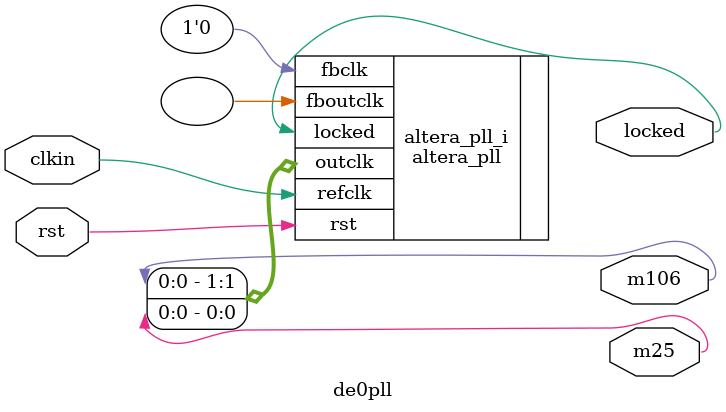
<source format=v>
module de0pll(
    input wire clkin,
    input wire rst,
    output wire m25,
    output wire m106,
    output wire locked
);
altera_pll #(
    .fractional_vco_multiplier("false"),
    .reference_clock_frequency("50.0 MHz"),
    .operation_mode("normal"),
    .number_of_clocks(2),
    .output_clock_frequency0("25.0 MHz"),
    .phase_shift0("0 ps"),
    .duty_cycle0(50),
    .output_clock_frequency1("106.0 MHz"),
    .phase_shift1("0 ps"),
    .duty_cycle1(50),
    .output_clock_frequency2("0 MHz"),
    .phase_shift2("0 ps"),
    .duty_cycle2(50),
    .output_clock_frequency3("0 MHz"),
    .phase_shift3("0 ps"),
    .duty_cycle3(50),
    .output_clock_frequency4("0 MHz"),
    .phase_shift4("0 ps"),
    .duty_cycle4(50),
    .output_clock_frequency5("0 MHz"),
    .phase_shift5("0 ps"),
    .duty_cycle5(50),
    .output_clock_frequency6("0 MHz"),
    .phase_shift6("0 ps"),
    .duty_cycle6(50),
    .output_clock_frequency7("0 MHz"),
    .phase_shift7("0 ps"),
    .duty_cycle7(50),
    .output_clock_frequency8("0 MHz"),
    .phase_shift8("0 ps"),
    .duty_cycle8(50),
    .output_clock_frequency9("0 MHz"),
    .phase_shift9("0 ps"),
    .duty_cycle9(50),
    .output_clock_frequency10("0 MHz"),
    .phase_shift10("0 ps"),
    .duty_cycle10(50),
    .output_clock_frequency11("0 MHz"),
    .phase_shift11("0 ps"),
    .duty_cycle11(50),
    .output_clock_frequency12("0 MHz"),
    .phase_shift12("0 ps"),
    .duty_cycle12(50),
    .output_clock_frequency13("0 MHz"),
    .phase_shift13("0 ps"),
    .duty_cycle13(50),
    .output_clock_frequency14("0 MHz"),
    .phase_shift14("0 ps"),
    .duty_cycle14(50),
    .output_clock_frequency15("0 MHz"),
    .phase_shift15("0 ps"),
    .duty_cycle15(50),
    .output_clock_frequency16("0 MHz"),
    .phase_shift16("0 ps"),
    .duty_cycle16(50),
    .output_clock_frequency17("0 MHz"),
    .phase_shift17("0 ps"),
    .duty_cycle17(50),
    .pll_type("General"),
    .pll_subtype("General")
)
altera_pll_i(
    .rst (rst),
    .outclk ({m106,m25}),
    .locked (locked),
    .fboutclk (),
    .fbclk (1'b0),
    .refclk (clkin)
);
endmodule

</source>
